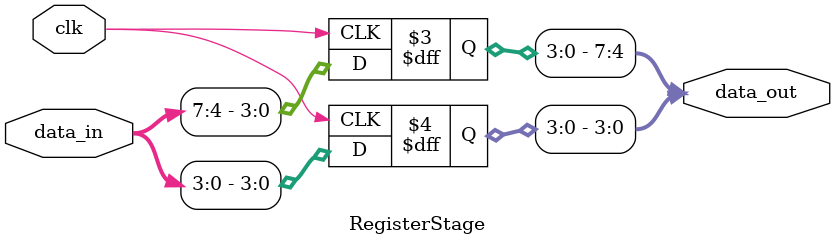
<source format=sv>
module RD1_Top #(
    parameter DW = 8
)(
    input wire clk,
    input wire rst,
    input wire [DW-1:0] din,
    output wire [DW-1:0] dout
);

    // Internal connections
    wire [DW-1:0] reset_mux_out;
    
    // Buffered signals for high fanout reduction
    reg rst_buf1, rst_buf2;
    reg [DW-1:0] din_buf1, din_buf2;
    reg [DW-1:0] reset_mux_out_buf;
    
    // Register high fanout signals to reduce loading
    always @(posedge clk) begin
        rst_buf1 <= rst;
        rst_buf2 <= rst;
        din_buf1 <= din;
        din_buf2 <= din;
        reset_mux_out_buf <= reset_mux_out;
    end

    // Instantiate reset logic module
    ResetLogic #(
        .DW(DW)
    ) reset_logic_inst (
        .rst(rst_buf1),
        .din(din_buf1),
        .reset_mux_out(reset_mux_out)
    );

    // Instantiate register module
    RegisterStage #(
        .DW(DW)
    ) register_stage_inst (
        .clk(clk),
        .data_in(reset_mux_out_buf),
        .data_out(dout)
    );

endmodule

//=============================================================================
// Module: ResetLogic
// Description: Handles input data muxing based on reset signal
// Standard: IEEE 1364-2005
//=============================================================================
module ResetLogic #(
    parameter DW = 8
)(
    input wire rst,
    input wire [DW-1:0] din,
    output wire [DW-1:0] reset_mux_out
);

    // Buffer for high fanout parameter
    wire [3:0] DW_buf;
    assign DW_buf = DW;

    // Reset multiplexer logic with balanced loading
    // Split implementation for larger bus widths
    generate
        if (DW > 4) begin: gen_wide_mux
            wire [3:0] rst_fanout;
            assign rst_fanout = {4{rst}};
            
            assign reset_mux_out[3:0] = rst_fanout[0] ? 4'b0000 : din[3:0];
            assign reset_mux_out[DW-1:4] = rst_fanout[1] ? {(DW-4){1'b0}} : din[DW-1:4];
        end
        else begin: gen_narrow_mux
            assign reset_mux_out = rst ? {DW{1'b0}} : din;
        end
    endgenerate

endmodule

//=============================================================================
// Module: RegisterStage
// Description: Registers data on clock edge
// Standard: IEEE 1364-2005
//=============================================================================
module RegisterStage #(
    parameter DW = 8
)(
    input wire clk,
    input wire [DW-1:0] data_in,
    output reg [DW-1:0] data_out
);

    // Split register implementation to balance loading
    // For wider bus widths, use separate always blocks
    generate
        if (DW > 4) begin: gen_wide_reg
            always @(posedge clk) begin
                data_out[3:0] <= data_in[3:0];
            end
            
            always @(posedge clk) begin
                data_out[DW-1:4] <= data_in[DW-1:4];
            end
        end
        else begin: gen_narrow_reg
            always @(posedge clk) begin
                data_out <= data_in;
            end
        end
    endgenerate

endmodule
</source>
